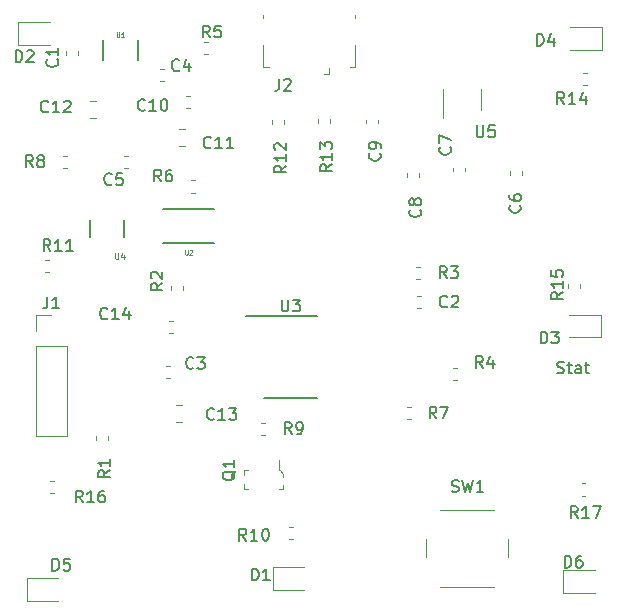
<source format=gto>
G04 #@! TF.GenerationSoftware,KiCad,Pcbnew,(5.1.5)-3*
G04 #@! TF.CreationDate,2020-02-19T13:12:13+05:30*
G04 #@! TF.ProjectId,task_1,7461736b-5f31-42e6-9b69-6361645f7063,rev?*
G04 #@! TF.SameCoordinates,Original*
G04 #@! TF.FileFunction,Legend,Top*
G04 #@! TF.FilePolarity,Positive*
%FSLAX46Y46*%
G04 Gerber Fmt 4.6, Leading zero omitted, Abs format (unit mm)*
G04 Created by KiCad (PCBNEW (5.1.5)-3) date 2020-02-19 13:12:13*
%MOMM*%
%LPD*%
G04 APERTURE LIST*
%ADD10C,0.150000*%
%ADD11C,0.120000*%
%ADD12C,0.100000*%
%ADD13C,0.160000*%
%ADD14C,0.203200*%
%ADD15C,0.075000*%
%ADD16C,0.125000*%
G04 APERTURE END LIST*
D10*
X210780476Y-90257261D02*
X210923333Y-90304880D01*
X211161428Y-90304880D01*
X211256666Y-90257261D01*
X211304285Y-90209642D01*
X211351904Y-90114404D01*
X211351904Y-90019166D01*
X211304285Y-89923928D01*
X211256666Y-89876309D01*
X211161428Y-89828690D01*
X210970952Y-89781071D01*
X210875714Y-89733452D01*
X210828095Y-89685833D01*
X210780476Y-89590595D01*
X210780476Y-89495357D01*
X210828095Y-89400119D01*
X210875714Y-89352500D01*
X210970952Y-89304880D01*
X211209047Y-89304880D01*
X211351904Y-89352500D01*
X211637619Y-89638214D02*
X212018571Y-89638214D01*
X211780476Y-89304880D02*
X211780476Y-90162023D01*
X211828095Y-90257261D01*
X211923333Y-90304880D01*
X212018571Y-90304880D01*
X212780476Y-90304880D02*
X212780476Y-89781071D01*
X212732857Y-89685833D01*
X212637619Y-89638214D01*
X212447142Y-89638214D01*
X212351904Y-89685833D01*
X212780476Y-90257261D02*
X212685238Y-90304880D01*
X212447142Y-90304880D01*
X212351904Y-90257261D01*
X212304285Y-90162023D01*
X212304285Y-90066785D01*
X212351904Y-89971547D01*
X212447142Y-89923928D01*
X212685238Y-89923928D01*
X212780476Y-89876309D01*
X213113809Y-89638214D02*
X213494761Y-89638214D01*
X213256666Y-89304880D02*
X213256666Y-90162023D01*
X213304285Y-90257261D01*
X213399523Y-90304880D01*
X213494761Y-90304880D01*
D11*
X211867000Y-62936000D02*
X214552000Y-62936000D01*
X214552000Y-62936000D02*
X214552000Y-61016000D01*
X214552000Y-61016000D02*
X211867000Y-61016000D01*
X168975721Y-71880000D02*
X169301279Y-71880000D01*
X168975721Y-72900000D02*
X169301279Y-72900000D01*
X169162000Y-62994221D02*
X169162000Y-63319779D01*
X170182000Y-62994221D02*
X170182000Y-63319779D01*
X199260779Y-83754500D02*
X198935221Y-83754500D01*
X199260779Y-84774500D02*
X198935221Y-84774500D01*
X177988279Y-90680000D02*
X177662721Y-90680000D01*
X177988279Y-89660000D02*
X177662721Y-89660000D01*
X177154721Y-64514000D02*
X177480279Y-64514000D01*
X177154721Y-65534000D02*
X177480279Y-65534000D01*
X174432279Y-71880000D02*
X174106721Y-71880000D01*
X174432279Y-72900000D02*
X174106721Y-72900000D01*
X207774000Y-73205221D02*
X207774000Y-73530779D01*
X206754000Y-73205221D02*
X206754000Y-73530779D01*
X203011500Y-72887721D02*
X203011500Y-73213279D01*
X201991500Y-72887721D02*
X201991500Y-73213279D01*
X198054500Y-73344721D02*
X198054500Y-73670279D01*
X199074500Y-73344721D02*
X199074500Y-73670279D01*
X195645500Y-69149279D02*
X195645500Y-68823721D01*
X194625500Y-69149279D02*
X194625500Y-68823721D01*
X179389721Y-66800000D02*
X179715279Y-66800000D01*
X179389721Y-67820000D02*
X179715279Y-67820000D01*
X189389500Y-106736000D02*
X186704500Y-106736000D01*
X186704500Y-106736000D02*
X186704500Y-108656000D01*
X186704500Y-108656000D02*
X189389500Y-108656000D01*
X167863000Y-60571500D02*
X165178000Y-60571500D01*
X165178000Y-60571500D02*
X165178000Y-62491500D01*
X165178000Y-62491500D02*
X167863000Y-62491500D01*
X214458500Y-85336500D02*
X211773500Y-85336500D01*
X214458500Y-87256500D02*
X214458500Y-85336500D01*
X211773500Y-87256500D02*
X214458500Y-87256500D01*
X165876500Y-109545000D02*
X168561500Y-109545000D01*
X165876500Y-107625000D02*
X165876500Y-109545000D01*
X168561500Y-107625000D02*
X165876500Y-107625000D01*
X211279000Y-108910000D02*
X213964000Y-108910000D01*
X211279000Y-106990000D02*
X211279000Y-108910000D01*
X213964000Y-106990000D02*
X211279000Y-106990000D01*
X193701500Y-64373500D02*
X193251500Y-64373500D01*
X193701500Y-62523500D02*
X193701500Y-64373500D01*
X185901500Y-59973500D02*
X185901500Y-60223500D01*
X193701500Y-59973500D02*
X193701500Y-60223500D01*
X185901500Y-62523500D02*
X185901500Y-64373500D01*
X185901500Y-64373500D02*
X186351500Y-64373500D01*
X191501500Y-64923500D02*
X191051500Y-64923500D01*
X191501500Y-64923500D02*
X191501500Y-64473500D01*
D12*
X187578000Y-99105000D02*
X187578000Y-98830000D01*
X187578000Y-98830000D02*
X187303000Y-98455000D01*
X187303000Y-98455000D02*
X187253000Y-98455000D01*
X187253000Y-98455000D02*
X187253000Y-97680000D01*
X184278000Y-98930000D02*
X184278000Y-98455000D01*
X184278000Y-98455000D02*
X184628000Y-98455000D01*
X184503000Y-100105000D02*
X184628000Y-100105000D01*
X184578000Y-100105000D02*
X184278000Y-100105000D01*
X184278000Y-100105000D02*
X184278000Y-99655000D01*
X187578000Y-99730000D02*
X187578000Y-100105000D01*
X187578000Y-100105000D02*
X187278000Y-100105000D01*
D13*
X172339500Y-62118500D02*
X172339500Y-63738500D01*
X175259500Y-62118500D02*
X175259500Y-63738500D01*
X177418000Y-79293500D02*
X181738000Y-79293500D01*
X177418000Y-76363500D02*
X181738000Y-76363500D01*
D10*
X185989000Y-92350000D02*
X190439000Y-92350000D01*
X184464000Y-85450000D02*
X190439000Y-85450000D01*
D14*
X174106500Y-78791500D02*
X174106500Y-77291500D01*
X171206500Y-78791500D02*
X171206500Y-77291500D01*
D11*
X204302000Y-68019500D02*
X204302000Y-66219500D01*
X201082000Y-66219500D02*
X201082000Y-68669500D01*
X178732922Y-69648000D02*
X179250078Y-69648000D01*
X178732922Y-71068000D02*
X179250078Y-71068000D01*
X171206422Y-68655000D02*
X171723578Y-68655000D01*
X171206422Y-67235000D02*
X171723578Y-67235000D01*
X178478922Y-93016000D02*
X178996078Y-93016000D01*
X178478922Y-94436000D02*
X178996078Y-94436000D01*
X177916721Y-85850000D02*
X178242279Y-85850000D01*
X177916721Y-86870000D02*
X178242279Y-86870000D01*
X172722000Y-95958779D02*
X172722000Y-95633221D01*
X171702000Y-95958779D02*
X171702000Y-95633221D01*
X178052000Y-83246279D02*
X178052000Y-82920721D01*
X179072000Y-83246279D02*
X179072000Y-82920721D01*
X198871721Y-81278000D02*
X199197279Y-81278000D01*
X198871721Y-82298000D02*
X199197279Y-82298000D01*
X201983221Y-89850500D02*
X202308779Y-89850500D01*
X201983221Y-90870500D02*
X202308779Y-90870500D01*
X181226779Y-63248000D02*
X180901221Y-63248000D01*
X181226779Y-62228000D02*
X180901221Y-62228000D01*
X179758221Y-74995500D02*
X180083779Y-74995500D01*
X179758221Y-73975500D02*
X180083779Y-73975500D01*
X198046221Y-94172500D02*
X198371779Y-94172500D01*
X198046221Y-93152500D02*
X198371779Y-93152500D01*
X185739721Y-95506000D02*
X186065279Y-95506000D01*
X185739721Y-94486000D02*
X186065279Y-94486000D01*
X188114721Y-103312500D02*
X188440279Y-103312500D01*
X188114721Y-104332500D02*
X188440279Y-104332500D01*
X167439221Y-81726500D02*
X167764779Y-81726500D01*
X167439221Y-80706500D02*
X167764779Y-80706500D01*
X186624500Y-68887221D02*
X186624500Y-69212779D01*
X187644500Y-68887221D02*
X187644500Y-69212779D01*
X190498000Y-69085779D02*
X190498000Y-68760221D01*
X191518000Y-69085779D02*
X191518000Y-68760221D01*
X212968721Y-64895000D02*
X213294279Y-64895000D01*
X212968721Y-65915000D02*
X213294279Y-65915000D01*
X211707000Y-82730221D02*
X211707000Y-83055779D01*
X212727000Y-82730221D02*
X212727000Y-83055779D01*
X167883721Y-99439000D02*
X168209279Y-99439000D01*
X167883721Y-100459000D02*
X168209279Y-100459000D01*
X212854221Y-100649500D02*
X213179779Y-100649500D01*
X212854221Y-99629500D02*
X213179779Y-99629500D01*
X166627500Y-95627500D02*
X169287500Y-95627500D01*
X166627500Y-87947500D02*
X166627500Y-95627500D01*
X169287500Y-87947500D02*
X169287500Y-95627500D01*
X166627500Y-87947500D02*
X169287500Y-87947500D01*
X166627500Y-86677500D02*
X166627500Y-85347500D01*
X166627500Y-85347500D02*
X167957500Y-85347500D01*
X200898000Y-108370000D02*
X205398000Y-108370000D01*
X199648000Y-104370000D02*
X199648000Y-105870000D01*
X205398000Y-101870000D02*
X200898000Y-101870000D01*
X206648000Y-105870000D02*
X206648000Y-104370000D01*
D10*
X209065904Y-62555380D02*
X209065904Y-61555380D01*
X209304000Y-61555380D01*
X209446857Y-61603000D01*
X209542095Y-61698238D01*
X209589714Y-61793476D01*
X209637333Y-61983952D01*
X209637333Y-62126809D01*
X209589714Y-62317285D01*
X209542095Y-62412523D01*
X209446857Y-62507761D01*
X209304000Y-62555380D01*
X209065904Y-62555380D01*
X210494476Y-61888714D02*
X210494476Y-62555380D01*
X210256380Y-61507761D02*
X210018285Y-62222047D01*
X210637333Y-62222047D01*
X166393833Y-72842380D02*
X166060500Y-72366190D01*
X165822404Y-72842380D02*
X165822404Y-71842380D01*
X166203357Y-71842380D01*
X166298595Y-71890000D01*
X166346214Y-71937619D01*
X166393833Y-72032857D01*
X166393833Y-72175714D01*
X166346214Y-72270952D01*
X166298595Y-72318571D01*
X166203357Y-72366190D01*
X165822404Y-72366190D01*
X166965261Y-72270952D02*
X166870023Y-72223333D01*
X166822404Y-72175714D01*
X166774785Y-72080476D01*
X166774785Y-72032857D01*
X166822404Y-71937619D01*
X166870023Y-71890000D01*
X166965261Y-71842380D01*
X167155738Y-71842380D01*
X167250976Y-71890000D01*
X167298595Y-71937619D01*
X167346214Y-72032857D01*
X167346214Y-72080476D01*
X167298595Y-72175714D01*
X167250976Y-72223333D01*
X167155738Y-72270952D01*
X166965261Y-72270952D01*
X166870023Y-72318571D01*
X166822404Y-72366190D01*
X166774785Y-72461428D01*
X166774785Y-72651904D01*
X166822404Y-72747142D01*
X166870023Y-72794761D01*
X166965261Y-72842380D01*
X167155738Y-72842380D01*
X167250976Y-72794761D01*
X167298595Y-72747142D01*
X167346214Y-72651904D01*
X167346214Y-72461428D01*
X167298595Y-72366190D01*
X167250976Y-72318571D01*
X167155738Y-72270952D01*
X168441642Y-63730166D02*
X168489261Y-63777785D01*
X168536880Y-63920642D01*
X168536880Y-64015880D01*
X168489261Y-64158738D01*
X168394023Y-64253976D01*
X168298785Y-64301595D01*
X168108309Y-64349214D01*
X167965452Y-64349214D01*
X167774976Y-64301595D01*
X167679738Y-64253976D01*
X167584500Y-64158738D01*
X167536880Y-64015880D01*
X167536880Y-63920642D01*
X167584500Y-63777785D01*
X167632119Y-63730166D01*
X168536880Y-62777785D02*
X168536880Y-63349214D01*
X168536880Y-63063500D02*
X167536880Y-63063500D01*
X167679738Y-63158738D01*
X167774976Y-63253976D01*
X167822595Y-63349214D01*
X201471333Y-84621642D02*
X201423714Y-84669261D01*
X201280857Y-84716880D01*
X201185619Y-84716880D01*
X201042761Y-84669261D01*
X200947523Y-84574023D01*
X200899904Y-84478785D01*
X200852285Y-84288309D01*
X200852285Y-84145452D01*
X200899904Y-83954976D01*
X200947523Y-83859738D01*
X201042761Y-83764500D01*
X201185619Y-83716880D01*
X201280857Y-83716880D01*
X201423714Y-83764500D01*
X201471333Y-83812119D01*
X201852285Y-83812119D02*
X201899904Y-83764500D01*
X201995142Y-83716880D01*
X202233238Y-83716880D01*
X202328476Y-83764500D01*
X202376095Y-83812119D01*
X202423714Y-83907357D01*
X202423714Y-84002595D01*
X202376095Y-84145452D01*
X201804666Y-84716880D01*
X202423714Y-84716880D01*
X179982833Y-89828642D02*
X179935214Y-89876261D01*
X179792357Y-89923880D01*
X179697119Y-89923880D01*
X179554261Y-89876261D01*
X179459023Y-89781023D01*
X179411404Y-89685785D01*
X179363785Y-89495309D01*
X179363785Y-89352452D01*
X179411404Y-89161976D01*
X179459023Y-89066738D01*
X179554261Y-88971500D01*
X179697119Y-88923880D01*
X179792357Y-88923880D01*
X179935214Y-88971500D01*
X179982833Y-89019119D01*
X180316166Y-88923880D02*
X180935214Y-88923880D01*
X180601880Y-89304833D01*
X180744738Y-89304833D01*
X180839976Y-89352452D01*
X180887595Y-89400071D01*
X180935214Y-89495309D01*
X180935214Y-89733404D01*
X180887595Y-89828642D01*
X180839976Y-89876261D01*
X180744738Y-89923880D01*
X180459023Y-89923880D01*
X180363785Y-89876261D01*
X180316166Y-89828642D01*
X178776333Y-64619142D02*
X178728714Y-64666761D01*
X178585857Y-64714380D01*
X178490619Y-64714380D01*
X178347761Y-64666761D01*
X178252523Y-64571523D01*
X178204904Y-64476285D01*
X178157285Y-64285809D01*
X178157285Y-64142952D01*
X178204904Y-63952476D01*
X178252523Y-63857238D01*
X178347761Y-63762000D01*
X178490619Y-63714380D01*
X178585857Y-63714380D01*
X178728714Y-63762000D01*
X178776333Y-63809619D01*
X179633476Y-64047714D02*
X179633476Y-64714380D01*
X179395380Y-63666761D02*
X179157285Y-64381047D01*
X179776333Y-64381047D01*
X173061333Y-74271142D02*
X173013714Y-74318761D01*
X172870857Y-74366380D01*
X172775619Y-74366380D01*
X172632761Y-74318761D01*
X172537523Y-74223523D01*
X172489904Y-74128285D01*
X172442285Y-73937809D01*
X172442285Y-73794952D01*
X172489904Y-73604476D01*
X172537523Y-73509238D01*
X172632761Y-73414000D01*
X172775619Y-73366380D01*
X172870857Y-73366380D01*
X173013714Y-73414000D01*
X173061333Y-73461619D01*
X173966095Y-73366380D02*
X173489904Y-73366380D01*
X173442285Y-73842571D01*
X173489904Y-73794952D01*
X173585142Y-73747333D01*
X173823238Y-73747333D01*
X173918476Y-73794952D01*
X173966095Y-73842571D01*
X174013714Y-73937809D01*
X174013714Y-74175904D01*
X173966095Y-74271142D01*
X173918476Y-74318761D01*
X173823238Y-74366380D01*
X173585142Y-74366380D01*
X173489904Y-74318761D01*
X173442285Y-74271142D01*
X207621142Y-76074666D02*
X207668761Y-76122285D01*
X207716380Y-76265142D01*
X207716380Y-76360380D01*
X207668761Y-76503238D01*
X207573523Y-76598476D01*
X207478285Y-76646095D01*
X207287809Y-76693714D01*
X207144952Y-76693714D01*
X206954476Y-76646095D01*
X206859238Y-76598476D01*
X206764000Y-76503238D01*
X206716380Y-76360380D01*
X206716380Y-76265142D01*
X206764000Y-76122285D01*
X206811619Y-76074666D01*
X206716380Y-75217523D02*
X206716380Y-75408000D01*
X206764000Y-75503238D01*
X206811619Y-75550857D01*
X206954476Y-75646095D01*
X207144952Y-75693714D01*
X207525904Y-75693714D01*
X207621142Y-75646095D01*
X207668761Y-75598476D01*
X207716380Y-75503238D01*
X207716380Y-75312761D01*
X207668761Y-75217523D01*
X207621142Y-75169904D01*
X207525904Y-75122285D01*
X207287809Y-75122285D01*
X207192571Y-75169904D01*
X207144952Y-75217523D01*
X207097333Y-75312761D01*
X207097333Y-75503238D01*
X207144952Y-75598476D01*
X207192571Y-75646095D01*
X207287809Y-75693714D01*
X201715642Y-71159666D02*
X201763261Y-71207285D01*
X201810880Y-71350142D01*
X201810880Y-71445380D01*
X201763261Y-71588238D01*
X201668023Y-71683476D01*
X201572785Y-71731095D01*
X201382309Y-71778714D01*
X201239452Y-71778714D01*
X201048976Y-71731095D01*
X200953738Y-71683476D01*
X200858500Y-71588238D01*
X200810880Y-71445380D01*
X200810880Y-71350142D01*
X200858500Y-71207285D01*
X200906119Y-71159666D01*
X200810880Y-70826333D02*
X200810880Y-70159666D01*
X201810880Y-70588238D01*
X199175642Y-76442666D02*
X199223261Y-76490285D01*
X199270880Y-76633142D01*
X199270880Y-76728380D01*
X199223261Y-76871238D01*
X199128023Y-76966476D01*
X199032785Y-77014095D01*
X198842309Y-77061714D01*
X198699452Y-77061714D01*
X198508976Y-77014095D01*
X198413738Y-76966476D01*
X198318500Y-76871238D01*
X198270880Y-76728380D01*
X198270880Y-76633142D01*
X198318500Y-76490285D01*
X198366119Y-76442666D01*
X198699452Y-75871238D02*
X198651833Y-75966476D01*
X198604214Y-76014095D01*
X198508976Y-76061714D01*
X198461357Y-76061714D01*
X198366119Y-76014095D01*
X198318500Y-75966476D01*
X198270880Y-75871238D01*
X198270880Y-75680761D01*
X198318500Y-75585523D01*
X198366119Y-75537904D01*
X198461357Y-75490285D01*
X198508976Y-75490285D01*
X198604214Y-75537904D01*
X198651833Y-75585523D01*
X198699452Y-75680761D01*
X198699452Y-75871238D01*
X198747071Y-75966476D01*
X198794690Y-76014095D01*
X198889928Y-76061714D01*
X199080404Y-76061714D01*
X199175642Y-76014095D01*
X199223261Y-75966476D01*
X199270880Y-75871238D01*
X199270880Y-75680761D01*
X199223261Y-75585523D01*
X199175642Y-75537904D01*
X199080404Y-75490285D01*
X198889928Y-75490285D01*
X198794690Y-75537904D01*
X198747071Y-75585523D01*
X198699452Y-75680761D01*
X195746642Y-71667666D02*
X195794261Y-71715285D01*
X195841880Y-71858142D01*
X195841880Y-71953380D01*
X195794261Y-72096238D01*
X195699023Y-72191476D01*
X195603785Y-72239095D01*
X195413309Y-72286714D01*
X195270452Y-72286714D01*
X195079976Y-72239095D01*
X194984738Y-72191476D01*
X194889500Y-72096238D01*
X194841880Y-71953380D01*
X194841880Y-71858142D01*
X194889500Y-71715285D01*
X194937119Y-71667666D01*
X195841880Y-71191476D02*
X195841880Y-71001000D01*
X195794261Y-70905761D01*
X195746642Y-70858142D01*
X195603785Y-70762904D01*
X195413309Y-70715285D01*
X195032357Y-70715285D01*
X194937119Y-70762904D01*
X194889500Y-70810523D01*
X194841880Y-70905761D01*
X194841880Y-71096238D01*
X194889500Y-71191476D01*
X194937119Y-71239095D01*
X195032357Y-71286714D01*
X195270452Y-71286714D01*
X195365690Y-71239095D01*
X195413309Y-71191476D01*
X195460928Y-71096238D01*
X195460928Y-70905761D01*
X195413309Y-70810523D01*
X195365690Y-70762904D01*
X195270452Y-70715285D01*
X175887142Y-67984642D02*
X175839523Y-68032261D01*
X175696666Y-68079880D01*
X175601428Y-68079880D01*
X175458571Y-68032261D01*
X175363333Y-67937023D01*
X175315714Y-67841785D01*
X175268095Y-67651309D01*
X175268095Y-67508452D01*
X175315714Y-67317976D01*
X175363333Y-67222738D01*
X175458571Y-67127500D01*
X175601428Y-67079880D01*
X175696666Y-67079880D01*
X175839523Y-67127500D01*
X175887142Y-67175119D01*
X176839523Y-68079880D02*
X176268095Y-68079880D01*
X176553809Y-68079880D02*
X176553809Y-67079880D01*
X176458571Y-67222738D01*
X176363333Y-67317976D01*
X176268095Y-67365595D01*
X177458571Y-67079880D02*
X177553809Y-67079880D01*
X177649047Y-67127500D01*
X177696666Y-67175119D01*
X177744285Y-67270357D01*
X177791904Y-67460833D01*
X177791904Y-67698928D01*
X177744285Y-67889404D01*
X177696666Y-67984642D01*
X177649047Y-68032261D01*
X177553809Y-68079880D01*
X177458571Y-68079880D01*
X177363333Y-68032261D01*
X177315714Y-67984642D01*
X177268095Y-67889404D01*
X177220476Y-67698928D01*
X177220476Y-67460833D01*
X177268095Y-67270357D01*
X177315714Y-67175119D01*
X177363333Y-67127500D01*
X177458571Y-67079880D01*
X184935904Y-107830880D02*
X184935904Y-106830880D01*
X185174000Y-106830880D01*
X185316857Y-106878500D01*
X185412095Y-106973738D01*
X185459714Y-107068976D01*
X185507333Y-107259452D01*
X185507333Y-107402309D01*
X185459714Y-107592785D01*
X185412095Y-107688023D01*
X185316857Y-107783261D01*
X185174000Y-107830880D01*
X184935904Y-107830880D01*
X186459714Y-107830880D02*
X185888285Y-107830880D01*
X186174000Y-107830880D02*
X186174000Y-106830880D01*
X186078761Y-106973738D01*
X185983523Y-107068976D01*
X185888285Y-107116595D01*
X164933404Y-63952380D02*
X164933404Y-62952380D01*
X165171500Y-62952380D01*
X165314357Y-63000000D01*
X165409595Y-63095238D01*
X165457214Y-63190476D01*
X165504833Y-63380952D01*
X165504833Y-63523809D01*
X165457214Y-63714285D01*
X165409595Y-63809523D01*
X165314357Y-63904761D01*
X165171500Y-63952380D01*
X164933404Y-63952380D01*
X165885785Y-63047619D02*
X165933404Y-63000000D01*
X166028642Y-62952380D01*
X166266738Y-62952380D01*
X166361976Y-63000000D01*
X166409595Y-63047619D01*
X166457214Y-63142857D01*
X166457214Y-63238095D01*
X166409595Y-63380952D01*
X165838166Y-63952380D01*
X166457214Y-63952380D01*
X209383404Y-87764880D02*
X209383404Y-86764880D01*
X209621500Y-86764880D01*
X209764357Y-86812500D01*
X209859595Y-86907738D01*
X209907214Y-87002976D01*
X209954833Y-87193452D01*
X209954833Y-87336309D01*
X209907214Y-87526785D01*
X209859595Y-87622023D01*
X209764357Y-87717261D01*
X209621500Y-87764880D01*
X209383404Y-87764880D01*
X210288166Y-86764880D02*
X210907214Y-86764880D01*
X210573880Y-87145833D01*
X210716738Y-87145833D01*
X210811976Y-87193452D01*
X210859595Y-87241071D01*
X210907214Y-87336309D01*
X210907214Y-87574404D01*
X210859595Y-87669642D01*
X210811976Y-87717261D01*
X210716738Y-87764880D01*
X210431023Y-87764880D01*
X210335785Y-87717261D01*
X210288166Y-87669642D01*
X168044904Y-107005380D02*
X168044904Y-106005380D01*
X168283000Y-106005380D01*
X168425857Y-106053000D01*
X168521095Y-106148238D01*
X168568714Y-106243476D01*
X168616333Y-106433952D01*
X168616333Y-106576809D01*
X168568714Y-106767285D01*
X168521095Y-106862523D01*
X168425857Y-106957761D01*
X168283000Y-107005380D01*
X168044904Y-107005380D01*
X169521095Y-106005380D02*
X169044904Y-106005380D01*
X168997285Y-106481571D01*
X169044904Y-106433952D01*
X169140142Y-106386333D01*
X169378238Y-106386333D01*
X169473476Y-106433952D01*
X169521095Y-106481571D01*
X169568714Y-106576809D01*
X169568714Y-106814904D01*
X169521095Y-106910142D01*
X169473476Y-106957761D01*
X169378238Y-107005380D01*
X169140142Y-107005380D01*
X169044904Y-106957761D01*
X168997285Y-106910142D01*
X211415404Y-106751380D02*
X211415404Y-105751380D01*
X211653500Y-105751380D01*
X211796357Y-105799000D01*
X211891595Y-105894238D01*
X211939214Y-105989476D01*
X211986833Y-106179952D01*
X211986833Y-106322809D01*
X211939214Y-106513285D01*
X211891595Y-106608523D01*
X211796357Y-106703761D01*
X211653500Y-106751380D01*
X211415404Y-106751380D01*
X212843976Y-105751380D02*
X212653500Y-105751380D01*
X212558261Y-105799000D01*
X212510642Y-105846619D01*
X212415404Y-105989476D01*
X212367785Y-106179952D01*
X212367785Y-106560904D01*
X212415404Y-106656142D01*
X212463023Y-106703761D01*
X212558261Y-106751380D01*
X212748738Y-106751380D01*
X212843976Y-106703761D01*
X212891595Y-106656142D01*
X212939214Y-106560904D01*
X212939214Y-106322809D01*
X212891595Y-106227571D01*
X212843976Y-106179952D01*
X212748738Y-106132333D01*
X212558261Y-106132333D01*
X212463023Y-106179952D01*
X212415404Y-106227571D01*
X212367785Y-106322809D01*
X187245666Y-65365380D02*
X187245666Y-66079666D01*
X187198047Y-66222523D01*
X187102809Y-66317761D01*
X186959952Y-66365380D01*
X186864714Y-66365380D01*
X187674238Y-65460619D02*
X187721857Y-65413000D01*
X187817095Y-65365380D01*
X188055190Y-65365380D01*
X188150428Y-65413000D01*
X188198047Y-65460619D01*
X188245666Y-65555857D01*
X188245666Y-65651095D01*
X188198047Y-65793952D01*
X187626619Y-66365380D01*
X188245666Y-66365380D01*
X183554619Y-98583738D02*
X183507000Y-98678976D01*
X183411761Y-98774214D01*
X183268904Y-98917071D01*
X183221285Y-99012309D01*
X183221285Y-99107547D01*
X183459380Y-99059928D02*
X183411761Y-99155166D01*
X183316523Y-99250404D01*
X183126047Y-99298023D01*
X182792714Y-99298023D01*
X182602238Y-99250404D01*
X182507000Y-99155166D01*
X182459380Y-99059928D01*
X182459380Y-98869452D01*
X182507000Y-98774214D01*
X182602238Y-98678976D01*
X182792714Y-98631357D01*
X183126047Y-98631357D01*
X183316523Y-98678976D01*
X183411761Y-98774214D01*
X183459380Y-98869452D01*
X183459380Y-99059928D01*
X183459380Y-97678976D02*
X183459380Y-98250404D01*
X183459380Y-97964690D02*
X182459380Y-97964690D01*
X182602238Y-98059928D01*
X182697476Y-98155166D01*
X182745095Y-98250404D01*
D15*
X173494738Y-61439452D02*
X173494738Y-61763261D01*
X173513785Y-61801357D01*
X173532833Y-61820404D01*
X173570928Y-61839452D01*
X173647119Y-61839452D01*
X173685214Y-61820404D01*
X173704261Y-61801357D01*
X173723309Y-61763261D01*
X173723309Y-61439452D01*
X174123309Y-61839452D02*
X173894738Y-61839452D01*
X174009023Y-61839452D02*
X174009023Y-61439452D01*
X173970928Y-61496595D01*
X173932833Y-61534690D01*
X173894738Y-61553738D01*
D12*
X179273238Y-79854452D02*
X179273238Y-80178261D01*
X179292285Y-80216357D01*
X179311333Y-80235404D01*
X179349428Y-80254452D01*
X179425619Y-80254452D01*
X179463714Y-80235404D01*
X179482761Y-80216357D01*
X179501809Y-80178261D01*
X179501809Y-79854452D01*
X179673238Y-79892547D02*
X179692285Y-79873500D01*
X179730380Y-79854452D01*
X179825619Y-79854452D01*
X179863714Y-79873500D01*
X179882761Y-79892547D01*
X179901809Y-79930642D01*
X179901809Y-79968738D01*
X179882761Y-80025880D01*
X179654190Y-80254452D01*
X179901809Y-80254452D01*
D10*
X187452095Y-84052380D02*
X187452095Y-84861904D01*
X187499714Y-84957142D01*
X187547333Y-85004761D01*
X187642571Y-85052380D01*
X187833047Y-85052380D01*
X187928285Y-85004761D01*
X187975904Y-84957142D01*
X188023523Y-84861904D01*
X188023523Y-84052380D01*
X188404476Y-84052380D02*
X189023523Y-84052380D01*
X188690190Y-84433333D01*
X188833047Y-84433333D01*
X188928285Y-84480952D01*
X188975904Y-84528571D01*
X189023523Y-84623809D01*
X189023523Y-84861904D01*
X188975904Y-84957142D01*
X188928285Y-85004761D01*
X188833047Y-85052380D01*
X188547333Y-85052380D01*
X188452095Y-85004761D01*
X188404476Y-84957142D01*
D16*
X173355047Y-80117190D02*
X173355047Y-80521952D01*
X173378857Y-80569571D01*
X173402666Y-80593380D01*
X173450285Y-80617190D01*
X173545523Y-80617190D01*
X173593142Y-80593380D01*
X173616952Y-80569571D01*
X173640761Y-80521952D01*
X173640761Y-80117190D01*
X174093142Y-80283857D02*
X174093142Y-80617190D01*
X173974095Y-80093380D02*
X173855047Y-80450523D01*
X174164571Y-80450523D01*
D10*
X203962095Y-69302380D02*
X203962095Y-70111904D01*
X204009714Y-70207142D01*
X204057333Y-70254761D01*
X204152571Y-70302380D01*
X204343047Y-70302380D01*
X204438285Y-70254761D01*
X204485904Y-70207142D01*
X204533523Y-70111904D01*
X204533523Y-69302380D01*
X205485904Y-69302380D02*
X205009714Y-69302380D01*
X204962095Y-69778571D01*
X205009714Y-69730952D01*
X205104952Y-69683333D01*
X205343047Y-69683333D01*
X205438285Y-69730952D01*
X205485904Y-69778571D01*
X205533523Y-69873809D01*
X205533523Y-70111904D01*
X205485904Y-70207142D01*
X205438285Y-70254761D01*
X205343047Y-70302380D01*
X205104952Y-70302380D01*
X205009714Y-70254761D01*
X204962095Y-70207142D01*
X181475142Y-71159642D02*
X181427523Y-71207261D01*
X181284666Y-71254880D01*
X181189428Y-71254880D01*
X181046571Y-71207261D01*
X180951333Y-71112023D01*
X180903714Y-71016785D01*
X180856095Y-70826309D01*
X180856095Y-70683452D01*
X180903714Y-70492976D01*
X180951333Y-70397738D01*
X181046571Y-70302500D01*
X181189428Y-70254880D01*
X181284666Y-70254880D01*
X181427523Y-70302500D01*
X181475142Y-70350119D01*
X182427523Y-71254880D02*
X181856095Y-71254880D01*
X182141809Y-71254880D02*
X182141809Y-70254880D01*
X182046571Y-70397738D01*
X181951333Y-70492976D01*
X181856095Y-70540595D01*
X183379904Y-71254880D02*
X182808476Y-71254880D01*
X183094190Y-71254880D02*
X183094190Y-70254880D01*
X182998952Y-70397738D01*
X182903714Y-70492976D01*
X182808476Y-70540595D01*
X167695642Y-68111642D02*
X167648023Y-68159261D01*
X167505166Y-68206880D01*
X167409928Y-68206880D01*
X167267071Y-68159261D01*
X167171833Y-68064023D01*
X167124214Y-67968785D01*
X167076595Y-67778309D01*
X167076595Y-67635452D01*
X167124214Y-67444976D01*
X167171833Y-67349738D01*
X167267071Y-67254500D01*
X167409928Y-67206880D01*
X167505166Y-67206880D01*
X167648023Y-67254500D01*
X167695642Y-67302119D01*
X168648023Y-68206880D02*
X168076595Y-68206880D01*
X168362309Y-68206880D02*
X168362309Y-67206880D01*
X168267071Y-67349738D01*
X168171833Y-67444976D01*
X168076595Y-67492595D01*
X169028976Y-67302119D02*
X169076595Y-67254500D01*
X169171833Y-67206880D01*
X169409928Y-67206880D01*
X169505166Y-67254500D01*
X169552785Y-67302119D01*
X169600404Y-67397357D01*
X169600404Y-67492595D01*
X169552785Y-67635452D01*
X168981357Y-68206880D01*
X169600404Y-68206880D01*
X181729142Y-94146642D02*
X181681523Y-94194261D01*
X181538666Y-94241880D01*
X181443428Y-94241880D01*
X181300571Y-94194261D01*
X181205333Y-94099023D01*
X181157714Y-94003785D01*
X181110095Y-93813309D01*
X181110095Y-93670452D01*
X181157714Y-93479976D01*
X181205333Y-93384738D01*
X181300571Y-93289500D01*
X181443428Y-93241880D01*
X181538666Y-93241880D01*
X181681523Y-93289500D01*
X181729142Y-93337119D01*
X182681523Y-94241880D02*
X182110095Y-94241880D01*
X182395809Y-94241880D02*
X182395809Y-93241880D01*
X182300571Y-93384738D01*
X182205333Y-93479976D01*
X182110095Y-93527595D01*
X183014857Y-93241880D02*
X183633904Y-93241880D01*
X183300571Y-93622833D01*
X183443428Y-93622833D01*
X183538666Y-93670452D01*
X183586285Y-93718071D01*
X183633904Y-93813309D01*
X183633904Y-94051404D01*
X183586285Y-94146642D01*
X183538666Y-94194261D01*
X183443428Y-94241880D01*
X183157714Y-94241880D01*
X183062476Y-94194261D01*
X183014857Y-94146642D01*
X172712142Y-85637642D02*
X172664523Y-85685261D01*
X172521666Y-85732880D01*
X172426428Y-85732880D01*
X172283571Y-85685261D01*
X172188333Y-85590023D01*
X172140714Y-85494785D01*
X172093095Y-85304309D01*
X172093095Y-85161452D01*
X172140714Y-84970976D01*
X172188333Y-84875738D01*
X172283571Y-84780500D01*
X172426428Y-84732880D01*
X172521666Y-84732880D01*
X172664523Y-84780500D01*
X172712142Y-84828119D01*
X173664523Y-85732880D02*
X173093095Y-85732880D01*
X173378809Y-85732880D02*
X173378809Y-84732880D01*
X173283571Y-84875738D01*
X173188333Y-84970976D01*
X173093095Y-85018595D01*
X174521666Y-85066214D02*
X174521666Y-85732880D01*
X174283571Y-84685261D02*
X174045476Y-85399547D01*
X174664523Y-85399547D01*
X172918380Y-98528166D02*
X172442190Y-98861500D01*
X172918380Y-99099595D02*
X171918380Y-99099595D01*
X171918380Y-98718642D01*
X171966000Y-98623404D01*
X172013619Y-98575785D01*
X172108857Y-98528166D01*
X172251714Y-98528166D01*
X172346952Y-98575785D01*
X172394571Y-98623404D01*
X172442190Y-98718642D01*
X172442190Y-99099595D01*
X172918380Y-97575785D02*
X172918380Y-98147214D01*
X172918380Y-97861500D02*
X171918380Y-97861500D01*
X172061238Y-97956738D01*
X172156476Y-98051976D01*
X172204095Y-98147214D01*
X177363380Y-82653166D02*
X176887190Y-82986500D01*
X177363380Y-83224595D02*
X176363380Y-83224595D01*
X176363380Y-82843642D01*
X176411000Y-82748404D01*
X176458619Y-82700785D01*
X176553857Y-82653166D01*
X176696714Y-82653166D01*
X176791952Y-82700785D01*
X176839571Y-82748404D01*
X176887190Y-82843642D01*
X176887190Y-83224595D01*
X176458619Y-82272214D02*
X176411000Y-82224595D01*
X176363380Y-82129357D01*
X176363380Y-81891261D01*
X176411000Y-81796023D01*
X176458619Y-81748404D01*
X176553857Y-81700785D01*
X176649095Y-81700785D01*
X176791952Y-81748404D01*
X177363380Y-82319833D01*
X177363380Y-81700785D01*
X201433333Y-82240380D02*
X201100000Y-81764190D01*
X200861904Y-82240380D02*
X200861904Y-81240380D01*
X201242857Y-81240380D01*
X201338095Y-81288000D01*
X201385714Y-81335619D01*
X201433333Y-81430857D01*
X201433333Y-81573714D01*
X201385714Y-81668952D01*
X201338095Y-81716571D01*
X201242857Y-81764190D01*
X200861904Y-81764190D01*
X201766666Y-81240380D02*
X202385714Y-81240380D01*
X202052380Y-81621333D01*
X202195238Y-81621333D01*
X202290476Y-81668952D01*
X202338095Y-81716571D01*
X202385714Y-81811809D01*
X202385714Y-82049904D01*
X202338095Y-82145142D01*
X202290476Y-82192761D01*
X202195238Y-82240380D01*
X201909523Y-82240380D01*
X201814285Y-82192761D01*
X201766666Y-82145142D01*
X204493833Y-89860380D02*
X204160500Y-89384190D01*
X203922404Y-89860380D02*
X203922404Y-88860380D01*
X204303357Y-88860380D01*
X204398595Y-88908000D01*
X204446214Y-88955619D01*
X204493833Y-89050857D01*
X204493833Y-89193714D01*
X204446214Y-89288952D01*
X204398595Y-89336571D01*
X204303357Y-89384190D01*
X203922404Y-89384190D01*
X205350976Y-89193714D02*
X205350976Y-89860380D01*
X205112880Y-88812761D02*
X204874785Y-89527047D01*
X205493833Y-89527047D01*
X181379833Y-61856880D02*
X181046500Y-61380690D01*
X180808404Y-61856880D02*
X180808404Y-60856880D01*
X181189357Y-60856880D01*
X181284595Y-60904500D01*
X181332214Y-60952119D01*
X181379833Y-61047357D01*
X181379833Y-61190214D01*
X181332214Y-61285452D01*
X181284595Y-61333071D01*
X181189357Y-61380690D01*
X180808404Y-61380690D01*
X182284595Y-60856880D02*
X181808404Y-60856880D01*
X181760785Y-61333071D01*
X181808404Y-61285452D01*
X181903642Y-61237833D01*
X182141738Y-61237833D01*
X182236976Y-61285452D01*
X182284595Y-61333071D01*
X182332214Y-61428309D01*
X182332214Y-61666404D01*
X182284595Y-61761642D01*
X182236976Y-61809261D01*
X182141738Y-61856880D01*
X181903642Y-61856880D01*
X181808404Y-61809261D01*
X181760785Y-61761642D01*
X177252333Y-74048880D02*
X176919000Y-73572690D01*
X176680904Y-74048880D02*
X176680904Y-73048880D01*
X177061857Y-73048880D01*
X177157095Y-73096500D01*
X177204714Y-73144119D01*
X177252333Y-73239357D01*
X177252333Y-73382214D01*
X177204714Y-73477452D01*
X177157095Y-73525071D01*
X177061857Y-73572690D01*
X176680904Y-73572690D01*
X178109476Y-73048880D02*
X177919000Y-73048880D01*
X177823761Y-73096500D01*
X177776142Y-73144119D01*
X177680904Y-73286976D01*
X177633285Y-73477452D01*
X177633285Y-73858404D01*
X177680904Y-73953642D01*
X177728523Y-74001261D01*
X177823761Y-74048880D01*
X178014238Y-74048880D01*
X178109476Y-74001261D01*
X178157095Y-73953642D01*
X178204714Y-73858404D01*
X178204714Y-73620309D01*
X178157095Y-73525071D01*
X178109476Y-73477452D01*
X178014238Y-73429833D01*
X177823761Y-73429833D01*
X177728523Y-73477452D01*
X177680904Y-73525071D01*
X177633285Y-73620309D01*
X200556833Y-94114880D02*
X200223500Y-93638690D01*
X199985404Y-94114880D02*
X199985404Y-93114880D01*
X200366357Y-93114880D01*
X200461595Y-93162500D01*
X200509214Y-93210119D01*
X200556833Y-93305357D01*
X200556833Y-93448214D01*
X200509214Y-93543452D01*
X200461595Y-93591071D01*
X200366357Y-93638690D01*
X199985404Y-93638690D01*
X200890166Y-93114880D02*
X201556833Y-93114880D01*
X201128261Y-94114880D01*
X188301333Y-95448380D02*
X187968000Y-94972190D01*
X187729904Y-95448380D02*
X187729904Y-94448380D01*
X188110857Y-94448380D01*
X188206095Y-94496000D01*
X188253714Y-94543619D01*
X188301333Y-94638857D01*
X188301333Y-94781714D01*
X188253714Y-94876952D01*
X188206095Y-94924571D01*
X188110857Y-94972190D01*
X187729904Y-94972190D01*
X188777523Y-95448380D02*
X188968000Y-95448380D01*
X189063238Y-95400761D01*
X189110857Y-95353142D01*
X189206095Y-95210285D01*
X189253714Y-95019809D01*
X189253714Y-94638857D01*
X189206095Y-94543619D01*
X189158476Y-94496000D01*
X189063238Y-94448380D01*
X188872761Y-94448380D01*
X188777523Y-94496000D01*
X188729904Y-94543619D01*
X188682285Y-94638857D01*
X188682285Y-94876952D01*
X188729904Y-94972190D01*
X188777523Y-95019809D01*
X188872761Y-95067428D01*
X189063238Y-95067428D01*
X189158476Y-95019809D01*
X189206095Y-94972190D01*
X189253714Y-94876952D01*
X184459642Y-104465380D02*
X184126309Y-103989190D01*
X183888214Y-104465380D02*
X183888214Y-103465380D01*
X184269166Y-103465380D01*
X184364404Y-103513000D01*
X184412023Y-103560619D01*
X184459642Y-103655857D01*
X184459642Y-103798714D01*
X184412023Y-103893952D01*
X184364404Y-103941571D01*
X184269166Y-103989190D01*
X183888214Y-103989190D01*
X185412023Y-104465380D02*
X184840595Y-104465380D01*
X185126309Y-104465380D02*
X185126309Y-103465380D01*
X185031071Y-103608238D01*
X184935833Y-103703476D01*
X184840595Y-103751095D01*
X186031071Y-103465380D02*
X186126309Y-103465380D01*
X186221547Y-103513000D01*
X186269166Y-103560619D01*
X186316785Y-103655857D01*
X186364404Y-103846333D01*
X186364404Y-104084428D01*
X186316785Y-104274904D01*
X186269166Y-104370142D01*
X186221547Y-104417761D01*
X186126309Y-104465380D01*
X186031071Y-104465380D01*
X185935833Y-104417761D01*
X185888214Y-104370142D01*
X185840595Y-104274904D01*
X185792976Y-104084428D01*
X185792976Y-103846333D01*
X185840595Y-103655857D01*
X185888214Y-103560619D01*
X185935833Y-103513000D01*
X186031071Y-103465380D01*
X167886142Y-79954380D02*
X167552809Y-79478190D01*
X167314714Y-79954380D02*
X167314714Y-78954380D01*
X167695666Y-78954380D01*
X167790904Y-79002000D01*
X167838523Y-79049619D01*
X167886142Y-79144857D01*
X167886142Y-79287714D01*
X167838523Y-79382952D01*
X167790904Y-79430571D01*
X167695666Y-79478190D01*
X167314714Y-79478190D01*
X168838523Y-79954380D02*
X168267095Y-79954380D01*
X168552809Y-79954380D02*
X168552809Y-78954380D01*
X168457571Y-79097238D01*
X168362333Y-79192476D01*
X168267095Y-79240095D01*
X169790904Y-79954380D02*
X169219476Y-79954380D01*
X169505190Y-79954380D02*
X169505190Y-78954380D01*
X169409952Y-79097238D01*
X169314714Y-79192476D01*
X169219476Y-79240095D01*
X187840880Y-72715357D02*
X187364690Y-73048690D01*
X187840880Y-73286785D02*
X186840880Y-73286785D01*
X186840880Y-72905833D01*
X186888500Y-72810595D01*
X186936119Y-72762976D01*
X187031357Y-72715357D01*
X187174214Y-72715357D01*
X187269452Y-72762976D01*
X187317071Y-72810595D01*
X187364690Y-72905833D01*
X187364690Y-73286785D01*
X187840880Y-71762976D02*
X187840880Y-72334404D01*
X187840880Y-72048690D02*
X186840880Y-72048690D01*
X186983738Y-72143928D01*
X187078976Y-72239166D01*
X187126595Y-72334404D01*
X186936119Y-71382023D02*
X186888500Y-71334404D01*
X186840880Y-71239166D01*
X186840880Y-71001071D01*
X186888500Y-70905833D01*
X186936119Y-70858214D01*
X187031357Y-70810595D01*
X187126595Y-70810595D01*
X187269452Y-70858214D01*
X187840880Y-71429642D01*
X187840880Y-70810595D01*
X191714380Y-72613857D02*
X191238190Y-72947190D01*
X191714380Y-73185285D02*
X190714380Y-73185285D01*
X190714380Y-72804333D01*
X190762000Y-72709095D01*
X190809619Y-72661476D01*
X190904857Y-72613857D01*
X191047714Y-72613857D01*
X191142952Y-72661476D01*
X191190571Y-72709095D01*
X191238190Y-72804333D01*
X191238190Y-73185285D01*
X191714380Y-71661476D02*
X191714380Y-72232904D01*
X191714380Y-71947190D02*
X190714380Y-71947190D01*
X190857238Y-72042428D01*
X190952476Y-72137666D01*
X191000095Y-72232904D01*
X190714380Y-71328142D02*
X190714380Y-70709095D01*
X191095333Y-71042428D01*
X191095333Y-70899571D01*
X191142952Y-70804333D01*
X191190571Y-70756714D01*
X191285809Y-70709095D01*
X191523904Y-70709095D01*
X191619142Y-70756714D01*
X191666761Y-70804333D01*
X191714380Y-70899571D01*
X191714380Y-71185285D01*
X191666761Y-71280523D01*
X191619142Y-71328142D01*
X211383642Y-67508380D02*
X211050309Y-67032190D01*
X210812214Y-67508380D02*
X210812214Y-66508380D01*
X211193166Y-66508380D01*
X211288404Y-66556000D01*
X211336023Y-66603619D01*
X211383642Y-66698857D01*
X211383642Y-66841714D01*
X211336023Y-66936952D01*
X211288404Y-66984571D01*
X211193166Y-67032190D01*
X210812214Y-67032190D01*
X212336023Y-67508380D02*
X211764595Y-67508380D01*
X212050309Y-67508380D02*
X212050309Y-66508380D01*
X211955071Y-66651238D01*
X211859833Y-66746476D01*
X211764595Y-66794095D01*
X213193166Y-66841714D02*
X213193166Y-67508380D01*
X212955071Y-66460761D02*
X212716976Y-67175047D01*
X213336023Y-67175047D01*
X211272380Y-83446857D02*
X210796190Y-83780190D01*
X211272380Y-84018285D02*
X210272380Y-84018285D01*
X210272380Y-83637333D01*
X210320000Y-83542095D01*
X210367619Y-83494476D01*
X210462857Y-83446857D01*
X210605714Y-83446857D01*
X210700952Y-83494476D01*
X210748571Y-83542095D01*
X210796190Y-83637333D01*
X210796190Y-84018285D01*
X211272380Y-82494476D02*
X211272380Y-83065904D01*
X211272380Y-82780190D02*
X210272380Y-82780190D01*
X210415238Y-82875428D01*
X210510476Y-82970666D01*
X210558095Y-83065904D01*
X210272380Y-81589714D02*
X210272380Y-82065904D01*
X210748571Y-82113523D01*
X210700952Y-82065904D01*
X210653333Y-81970666D01*
X210653333Y-81732571D01*
X210700952Y-81637333D01*
X210748571Y-81589714D01*
X210843809Y-81542095D01*
X211081904Y-81542095D01*
X211177142Y-81589714D01*
X211224761Y-81637333D01*
X211272380Y-81732571D01*
X211272380Y-81970666D01*
X211224761Y-82065904D01*
X211177142Y-82113523D01*
X170616642Y-101226880D02*
X170283309Y-100750690D01*
X170045214Y-101226880D02*
X170045214Y-100226880D01*
X170426166Y-100226880D01*
X170521404Y-100274500D01*
X170569023Y-100322119D01*
X170616642Y-100417357D01*
X170616642Y-100560214D01*
X170569023Y-100655452D01*
X170521404Y-100703071D01*
X170426166Y-100750690D01*
X170045214Y-100750690D01*
X171569023Y-101226880D02*
X170997595Y-101226880D01*
X171283309Y-101226880D02*
X171283309Y-100226880D01*
X171188071Y-100369738D01*
X171092833Y-100464976D01*
X170997595Y-100512595D01*
X172426166Y-100226880D02*
X172235690Y-100226880D01*
X172140452Y-100274500D01*
X172092833Y-100322119D01*
X171997595Y-100464976D01*
X171949976Y-100655452D01*
X171949976Y-101036404D01*
X171997595Y-101131642D01*
X172045214Y-101179261D01*
X172140452Y-101226880D01*
X172330928Y-101226880D01*
X172426166Y-101179261D01*
X172473785Y-101131642D01*
X172521404Y-101036404D01*
X172521404Y-100798309D01*
X172473785Y-100703071D01*
X172426166Y-100655452D01*
X172330928Y-100607833D01*
X172140452Y-100607833D01*
X172045214Y-100655452D01*
X171997595Y-100703071D01*
X171949976Y-100798309D01*
X212526642Y-102560380D02*
X212193309Y-102084190D01*
X211955214Y-102560380D02*
X211955214Y-101560380D01*
X212336166Y-101560380D01*
X212431404Y-101608000D01*
X212479023Y-101655619D01*
X212526642Y-101750857D01*
X212526642Y-101893714D01*
X212479023Y-101988952D01*
X212431404Y-102036571D01*
X212336166Y-102084190D01*
X211955214Y-102084190D01*
X213479023Y-102560380D02*
X212907595Y-102560380D01*
X213193309Y-102560380D02*
X213193309Y-101560380D01*
X213098071Y-101703238D01*
X213002833Y-101798476D01*
X212907595Y-101846095D01*
X213812357Y-101560380D02*
X214479023Y-101560380D01*
X214050452Y-102560380D01*
X167624166Y-83799880D02*
X167624166Y-84514166D01*
X167576547Y-84657023D01*
X167481309Y-84752261D01*
X167338452Y-84799880D01*
X167243214Y-84799880D01*
X168624166Y-84799880D02*
X168052738Y-84799880D01*
X168338452Y-84799880D02*
X168338452Y-83799880D01*
X168243214Y-83942738D01*
X168147976Y-84037976D01*
X168052738Y-84085595D01*
X201866666Y-100290261D02*
X202009523Y-100337880D01*
X202247619Y-100337880D01*
X202342857Y-100290261D01*
X202390476Y-100242642D01*
X202438095Y-100147404D01*
X202438095Y-100052166D01*
X202390476Y-99956928D01*
X202342857Y-99909309D01*
X202247619Y-99861690D01*
X202057142Y-99814071D01*
X201961904Y-99766452D01*
X201914285Y-99718833D01*
X201866666Y-99623595D01*
X201866666Y-99528357D01*
X201914285Y-99433119D01*
X201961904Y-99385500D01*
X202057142Y-99337880D01*
X202295238Y-99337880D01*
X202438095Y-99385500D01*
X202771428Y-99337880D02*
X203009523Y-100337880D01*
X203200000Y-99623595D01*
X203390476Y-100337880D01*
X203628571Y-99337880D01*
X204533333Y-100337880D02*
X203961904Y-100337880D01*
X204247619Y-100337880D02*
X204247619Y-99337880D01*
X204152380Y-99480738D01*
X204057142Y-99575976D01*
X203961904Y-99623595D01*
M02*

</source>
